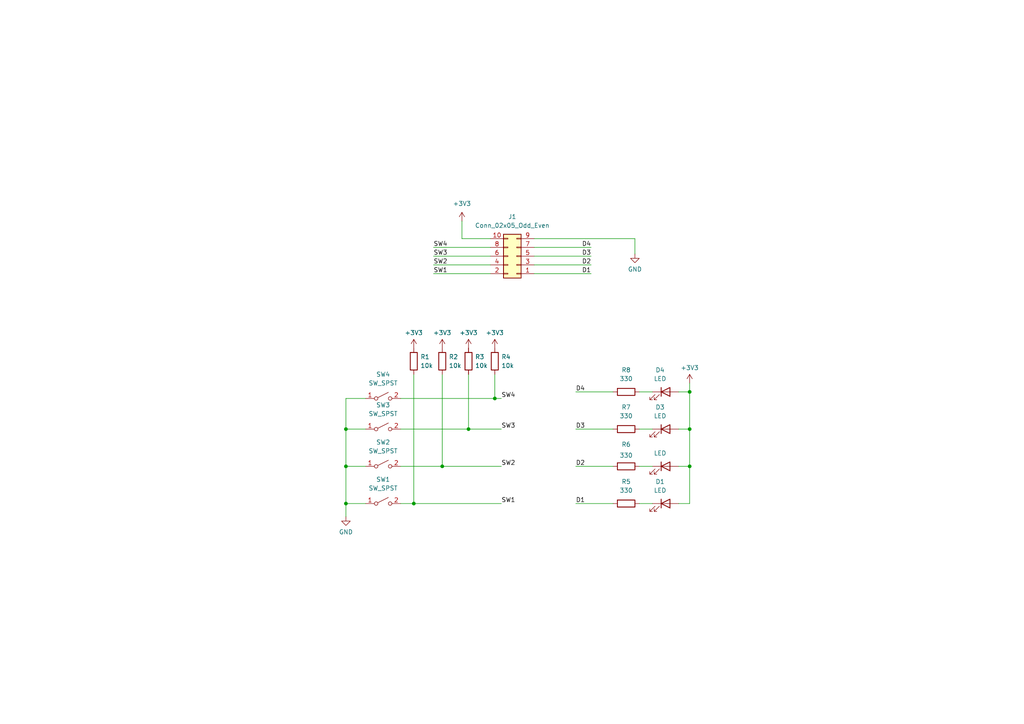
<source format=kicad_sch>
(kicad_sch (version 20230121) (generator eeschema)
  (paper "A4")
  (lib_symbols
    (symbol "Connector_Generic:Conn_02x05_Odd_Even" (pin_names (offset 1.016) hide)
      (property "Reference" "J" (at 1.27 7.62 0))
      (property "Value" "Conn_02x05_Odd_Even" (at 1.27 -7.62 0))
      (symbol "Conn_02x05_Odd_Even_1_1"
        (rectangle (start -1.27 -4.953) (end 0 -5.207) (stroke (width 0.1524)))
        (rectangle (start -1.27 -2.413) (end 0 -2.667) (stroke (width 0.1524)))
        (rectangle (start -1.27 0.127) (end 0 -0.127) (stroke (width 0.1524)))
        (rectangle (start -1.27 2.667) (end 0 2.413) (stroke (width 0.1524)))
        (rectangle (start -1.27 5.207) (end 0 4.953) (stroke (width 0.1524)))
        (rectangle (start -1.27 6.35) (end 3.81 -6.35) (stroke (width 0.254)) (fill (type background)))
        (rectangle (start 3.81 -4.953) (end 2.54 -5.207) (stroke (width 0.1524)))
        (rectangle (start 3.81 -2.413) (end 2.54 -2.667) (stroke (width 0.1524)))
        (rectangle (start 3.81 0.127) (end 2.54 -0.127) (stroke (width 0.1524)))
        (rectangle (start 3.81 2.667) (end 2.54 2.413) (stroke (width 0.1524)))
        (rectangle (start 3.81 5.207) (end 2.54 4.953) (stroke (width 0.1524)))
        (pin passive line (at -5.08 5.08 0) (length 3.81) (name "Pin_1") (number "1"))
        (pin passive line (at 7.62 -5.08 180) (length 3.81) (name "Pin_10") (number "10"))
        (pin passive line (at 7.62 5.08 180) (length 3.81) (name "Pin_2") (number "2"))
        (pin passive line (at -5.08 2.54 0) (length 3.81) (name "Pin_3") (number "3"))
        (pin passive line (at 7.62 2.54 180) (length 3.81) (name "Pin_4") (number "4"))
        (pin passive line (at -5.08 0 0) (length 3.81) (name "Pin_5") (number "5"))
        (pin passive line (at 7.62 0 180) (length 3.81) (name "Pin_6") (number "6"))
        (pin passive line (at -5.08 -2.54 0) (length 3.81) (name "Pin_7") (number "7"))
        (pin passive line (at 7.62 -2.54 180) (length 3.81) (name "Pin_8") (number "8"))
        (pin passive line (at -5.08 -5.08 0) (length 3.81) (name "Pin_9") (number "9"))
      )
    )
    (symbol "Device:LED" (pin_numbers hide) (pin_names (offset 1.016) hide)
      (property "Reference" "D" (at 0 2.54 0))
      (property "Value" "LED" (at 0 -2.54 0))
      (symbol "LED_0_1"
        (polyline (pts (xy -1.27 -1.27) (xy -1.27 1.27)) (stroke (width 0.254)))
        (polyline (pts (xy -1.27 0) (xy 1.27 0)))
        (polyline (pts (xy 1.27 -1.27) (xy 1.27 1.27) (xy -1.27 0) (xy 1.27 -1.27)) (stroke (width 0.254)))
        (polyline (pts (xy -3.048 -0.762) (xy -4.572 -2.286) (xy -3.81 -2.286) (xy -4.572 -2.286) (xy -4.572 -1.524)))
        (polyline (pts (xy -1.778 -0.762) (xy -3.302 -2.286) (xy -2.54 -2.286) (xy -3.302 -2.286) (xy -3.302 -1.524)))
      )
      (symbol "LED_1_1"
        (pin passive line (at -3.81 0 0) (length 2.54) (name "K") (number "1"))
        (pin passive line (at 3.81 0 180) (length 2.54) (name "A") (number "2"))
      )
    )
    (symbol "Device:R" (pin_numbers hide) (pin_names (offset 0))
      (property "Reference" "R" (at 2.032 0 90))
      (property "Value" "R" (at 0 0 90))
      (symbol "R_0_1"
        (rectangle (start -1.016 -2.54) (end 1.016 2.54) (stroke (width 0.254)))
      )
      (symbol "R_1_1"
        (pin passive line (at 0 3.81 270) (length 1.27) (name "~") (number "1"))
        (pin passive line (at 0 -3.81 90) (length 1.27) (name "~") (number "2"))
      )
    )
    (symbol "Switch:SW_SPST" (pin_names (offset 0) hide)
      (property "Reference" "SW" (at 0 3.175 0))
      (property "Value" "SW_SPST" (at 0 -2.54 0))
      (symbol "SW_SPST_0_0"
        (circle (center -2.032 0) (radius 0.508))
        (polyline (pts (xy -1.524 0.254) (xy 1.524 1.778)))
        (circle (center 2.032 0) (radius 0.508))
      )
      (symbol "SW_SPST_1_1"
        (pin passive line (at -5.08 0 0) (length 2.54) (name "A") (number "1"))
        (pin passive line (at 5.08 0 180) (length 2.54) (name "B") (number "2"))
      )
    )
    (symbol "power:+3V3" (power) (pin_names (offset 0))
      (property "Value" "+3V3" (at 0 3.556 0))
      (symbol "+3V3_0_1"
        (polyline (pts (xy -0.762 1.27) (xy 0 2.54)))
        (polyline (pts (xy 0 0) (xy 0 2.54)))
        (polyline (pts (xy 0 2.54) (xy 0.762 1.27)))
      )
      (symbol "+3V3_1_1"
        (pin power_in line (at 0 0 90) (length 0) hide (name "+3V3") (number "1"))
      )
    )
    (symbol "power:GND" (power) (pin_names (offset 0))
      (property "Value" "GND" (at 0 -3.81 0))
      (symbol "GND_0_1"
        (polyline (pts (xy 0 0) (xy 0 -1.27) (xy 1.27 -1.27) (xy 0 -2.54) (xy -1.27 -1.27) (xy 0 -1.27)))
      )
      (symbol "GND_1_1"
        (pin power_in line (at 0 0 270) (length 0) hide (name "GND") (number "1"))
      )
    )
  )
  (junction (at 135.89 124.46))
  (junction (at 143.51 115.57))
  (junction (at 200.025 135.255))
  (junction (at 128.27 135.255))
  (junction (at 100.33 124.46))
  (junction (at 120.015 146.05))
  (junction (at 200.025 113.665))
  (junction (at 100.33 146.05))
  (junction (at 200.025 124.46))
  (junction (at 100.33 135.255))
  (wire (pts (xy 171.45 76.835) (xy 154.94 76.835)))
  (wire (pts (xy 106.045 135.255) (xy 100.33 135.255)))
  (wire (pts (xy 125.73 71.755) (xy 142.24 71.755)))
  (wire (pts (xy 116.205 135.255) (xy 128.27 135.255)))
  (wire (pts (xy 133.985 69.215) (xy 142.24 69.215)))
  (wire (pts (xy 125.73 79.375) (xy 142.24 79.375)))
  (wire (pts (xy 167.005 146.05) (xy 177.8 146.05)))
  (wire (pts (xy 125.73 74.295) (xy 142.24 74.295)))
  (wire (pts (xy 185.42 124.46) (xy 189.23 124.46)))
  (wire (pts (xy 200.025 124.46) (xy 200.025 135.255)))
  (wire (pts (xy 196.85 135.255) (xy 200.025 135.255)))
  (wire (pts (xy 120.015 146.05) (xy 145.415 146.05)))
  (wire (pts (xy 100.33 146.05) (xy 106.045 146.05)))
  (wire (pts (xy 184.15 73.66) (xy 184.15 69.215)))
  (wire (pts (xy 116.205 124.46) (xy 135.89 124.46)))
  (wire (pts (xy 100.33 124.46) (xy 100.33 135.255)))
  (wire (pts (xy 120.015 108.585) (xy 120.015 146.05)))
  (wire (pts (xy 185.42 146.05) (xy 189.23 146.05)))
  (wire (pts (xy 128.27 108.585) (xy 128.27 135.255)))
  (wire (pts (xy 196.85 146.05) (xy 200.025 146.05)))
  (wire (pts (xy 133.985 64.135) (xy 133.985 69.215)))
  (wire (pts (xy 135.89 108.585) (xy 135.89 124.46)))
  (wire (pts (xy 171.45 74.295) (xy 154.94 74.295)))
  (wire (pts (xy 135.89 124.46) (xy 145.415 124.46)))
  (wire (pts (xy 100.33 115.57) (xy 100.33 124.46)))
  (wire (pts (xy 128.27 135.255) (xy 145.415 135.255)))
  (wire (pts (xy 143.51 108.585) (xy 143.51 115.57)))
  (wire (pts (xy 116.205 115.57) (xy 143.51 115.57)))
  (wire (pts (xy 100.33 135.255) (xy 100.33 146.05)))
  (wire (pts (xy 167.005 135.255) (xy 177.8 135.255)))
  (wire (pts (xy 185.42 113.665) (xy 189.23 113.665)))
  (wire (pts (xy 125.73 76.835) (xy 142.24 76.835)))
  (wire (pts (xy 116.205 146.05) (xy 120.015 146.05)))
  (wire (pts (xy 185.42 135.255) (xy 189.23 135.255)))
  (wire (pts (xy 196.85 124.46) (xy 200.025 124.46)))
  (wire (pts (xy 143.51 115.57) (xy 145.415 115.57)))
  (wire (pts (xy 167.005 124.46) (xy 177.8 124.46)))
  (wire (pts (xy 100.33 149.86) (xy 100.33 146.05)))
  (wire (pts (xy 171.45 71.755) (xy 154.94 71.755)))
  (wire (pts (xy 200.025 111.125) (xy 200.025 113.665)))
  (wire (pts (xy 171.45 79.375) (xy 154.94 79.375)))
  (wire (pts (xy 106.045 124.46) (xy 100.33 124.46)))
  (wire (pts (xy 200.025 146.05) (xy 200.025 135.255)))
  (wire (pts (xy 196.85 113.665) (xy 200.025 113.665)))
  (wire (pts (xy 106.045 115.57) (xy 100.33 115.57)))
  (wire (pts (xy 184.15 69.215) (xy 154.94 69.215)))
  (wire (pts (xy 167.005 113.665) (xy 177.8 113.665)))
  (wire (pts (xy 200.025 113.665) (xy 200.025 124.46)))
  (label "SW1" (at 125.73 79.375 0))
  (label "SW4" (at 145.415 115.57 0))
  (label "SW2" (at 125.73 76.835 0))
  (label "D1" (at 171.45 79.375 180))
  (label "SW4" (at 125.73 71.755 0))
  (label "D1" (at 167.005 146.05 0))
  (label "D4" (at 167.005 113.665 0))
  (label "D2" (at 171.45 76.835 180))
  (label "SW2" (at 145.415 135.255 0))
  (label "D2" (at 167.005 135.255 0))
  (label "D3" (at 167.005 124.46 0))
  (label "D4" (at 171.45 71.755 180))
  (label "SW3" (at 125.73 74.295 0))
  (label "SW3" (at 145.415 124.46 0))
  (label "SW1" (at 145.415 146.05 0))
  (label "D3" (at 171.45 74.295 180))
  (symbol (lib_id "Device:LED") (at 193.04 124.46 0) (unit 1)
    (property "Reference" "D3" (at 191.4525 118.11 0))
    (property "Value" "LED" (at 191.4525 120.65 0))
    (property "Footprint" "LED_SMD:LED_0805_2012Metric_Pad1.15x1.40mm_HandSolder" (effects hide))
  )
  (symbol (lib_id "Device:R") (at 128.27 104.775 0) (unit 1)
    (property "Reference" "R2" (at 130.175 103.505 0) (effects (justify left)))
    (property "Value" "10k" (at 130.175 106.045 0) (effects (justify left)))
    (property "Footprint" "Resistor_SMD:R_0805_2012Metric_Pad1.20x1.40mm_HandSolder" (effects hide))
  )
  (symbol (lib_id "Device:LED") (at 193.04 113.665 0) (unit 1)
    (property "Reference" "D4" (at 191.4525 107.315 0))
    (property "Value" "LED" (at 191.4525 109.855 0))
    (property "Footprint" "LED_SMD:LED_0805_2012Metric_Pad1.15x1.40mm_HandSolder" (effects hide))
  )
  (symbol (lib_id "Switch:SW_SPST") (at 111.125 135.255 0) (unit 1)
    (property "Reference" "SW2" (at 111.125 128.27 0))
    (property "Value" "SW_SPST" (at 111.125 130.81 0))
  )
  (symbol (lib_id "Device:R") (at 181.61 113.665 90) (unit 1)
    (property "Reference" "R8" (at 181.61 107.315 90))
    (property "Value" "330" (at 181.61 109.855 90))
    (property "Footprint" "Resistor_SMD:R_0805_2012Metric_Pad1.20x1.40mm_HandSolder" (effects hide))
  )
  (symbol (lib_id "power:GND") (at 100.33 149.86 0) (unit 1)
    (property "Reference" "#PWR07" (effects hide))
    (property "Value" "GND" (at 100.33 154.305 0))
  )
  (symbol (lib_id "Device:R") (at 120.015 104.775 0) (unit 1)
    (property "Reference" "R1" (at 121.92 103.505 0) (effects (justify left)))
    (property "Value" "10k" (at 121.92 106.045 0) (effects (justify left)))
    (property "Footprint" "Resistor_SMD:R_0805_2012Metric_Pad1.20x1.40mm_HandSolder" (effects hide))
  )
  (symbol (lib_id "power:+3V3") (at 143.51 100.965 0) (unit 1)
    (property "Reference" "#PWR06" (effects hide))
    (property "Value" "+3V3" (at 143.51 96.52 0))
  )
  (symbol (lib_id "Device:R") (at 143.51 104.775 0) (unit 1)
    (property "Reference" "R4" (at 145.415 103.505 0) (effects (justify left)))
    (property "Value" "10k" (at 145.415 106.045 0) (effects (justify left)))
    (property "Footprint" "Resistor_SMD:R_0805_2012Metric_Pad1.20x1.40mm_HandSolder" (effects hide))
  )
  (symbol (lib_id "Device:LED") (at 193.04 135.255 0) (unit 1)
    (property "Reference" "D2" (effects hide))
    (property "Value" "LED" (at 191.4525 131.445 0))
    (property "Footprint" "LED_SMD:LED_0805_2012Metric_Pad1.15x1.40mm_HandSolder" (effects hide))
  )
  (symbol (lib_id "power:+3V3") (at 200.025 111.125 0) (unit 1)
    (property "Reference" "#PWR08" (effects hide))
    (property "Value" "+3V3" (at 200.025 106.68 0))
  )
  (symbol (lib_id "Device:R") (at 181.61 124.46 90) (unit 1)
    (property "Reference" "R7" (at 181.61 118.11 90))
    (property "Value" "330" (at 181.61 120.65 90))
    (property "Footprint" "Resistor_SMD:R_0805_2012Metric_Pad1.20x1.40mm_HandSolder" (effects hide))
  )
  (symbol (lib_id "power:+3V3") (at 135.89 100.965 0) (unit 1)
    (property "Reference" "#PWR05" (effects hide))
    (property "Value" "+3V3" (at 135.89 96.52 0))
  )
  (symbol (lib_id "Device:R") (at 181.61 135.255 90) (unit 1)
    (property "Reference" "R6" (at 181.61 128.905 90))
    (property "Value" "330" (at 181.61 132.08 90))
    (property "Footprint" "Resistor_SMD:R_0805_2012Metric_Pad1.20x1.40mm_HandSolder" (effects hide))
  )
  (symbol (lib_id "Switch:SW_SPST") (at 111.125 146.05 0) (unit 1)
    (property "Reference" "SW1" (at 111.125 139.065 0))
    (property "Value" "SW_SPST" (at 111.125 141.605 0))
  )
  (symbol (lib_id "power:+3V3") (at 120.015 100.965 0) (unit 1)
    (property "Reference" "#PWR03" (effects hide))
    (property "Value" "+3V3" (at 120.015 96.52 0))
  )
  (symbol (lib_id "power:+3V3") (at 128.27 100.965 0) (unit 1)
    (property "Reference" "#PWR04" (effects hide))
    (property "Value" "+3V3" (at 128.27 96.52 0))
  )
  (symbol (lib_id "power:+3V3") (at 133.985 64.135 0) (unit 1)
    (property "Reference" "#PWR01" (effects hide))
    (property "Value" "+3V3" (at 133.985 59.055 0))
  )
  (symbol (lib_id "Switch:SW_SPST") (at 111.125 115.57 0) (unit 1)
    (property "Reference" "SW4" (at 111.125 108.585 0))
    (property "Value" "SW_SPST" (at 111.125 111.125 0))
  )
  (symbol (lib_id "Switch:SW_SPST") (at 111.125 124.46 0) (unit 1)
    (property "Reference" "SW3" (at 111.125 117.475 0))
    (property "Value" "SW_SPST" (at 111.125 120.015 0))
  )
  (symbol (lib_id "power:GND") (at 184.15 73.66 0) (unit 1)
    (property "Reference" "#PWR02" (effects hide))
    (property "Value" "GND" (at 184.15 78.105 0))
  )
  (symbol (lib_id "Device:LED") (at 193.04 146.05 0) (unit 1)
    (property "Reference" "D1" (at 191.4525 139.7 0))
    (property "Value" "LED" (at 191.4525 142.24 0))
    (property "Footprint" "LED_SMD:LED_0805_2012Metric_Pad1.15x1.40mm_HandSolder" (effects hide))
  )
  (symbol (lib_id "Device:R") (at 135.89 104.775 0) (unit 1)
    (property "Reference" "R3" (at 137.795 103.505 0) (effects (justify left)))
    (property "Value" "10k" (at 137.795 106.045 0) (effects (justify left)))
    (property "Footprint" "Resistor_SMD:R_0805_2012Metric_Pad1.20x1.40mm_HandSolder" (effects hide))
  )
  (symbol (lib_id "Connector_Generic:Conn_02x05_Odd_Even") (at 149.86 74.295 180) (unit 1)
    (property "Reference" "J1" (at 148.59 62.865 0))
    (property "Value" "Conn_02x05_Odd_Even" (at 148.59 65.405 0))
    (property "Footprint" "Connector_PinHeader_2.54mm:PinHeader_2x05_P2.54mm_Vertical" (effects hide))
  )
  (symbol (lib_id "Device:R") (at 181.61 146.05 90) (unit 1)
    (property "Reference" "R5" (at 181.61 139.7 90))
    (property "Value" "330" (at 181.61 142.24 90))
    (property "Footprint" "Resistor_SMD:R_0805_2012Metric_Pad1.20x1.40mm_HandSolder" (effects hide))
  )
)
</source>
